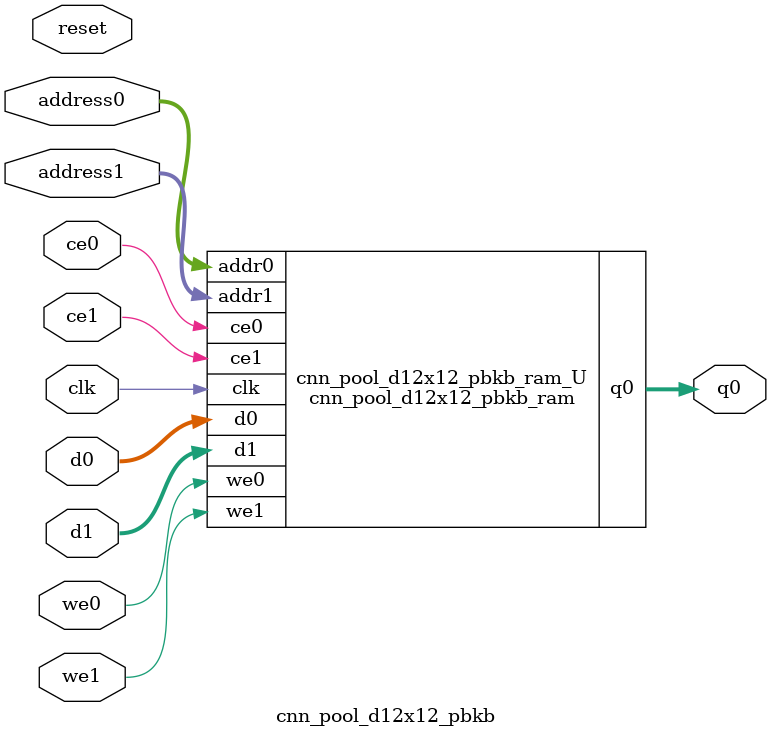
<source format=v>

`timescale 1 ns / 1 ps
module cnn_pool_d12x12_pbkb_ram (addr0, ce0, d0, we0, q0, addr1, ce1, d1, we1,  clk);

parameter DWIDTH = 32;
parameter AWIDTH = 4;
parameter MEM_SIZE = 12;

input[AWIDTH-1:0] addr0;
input ce0;
input[DWIDTH-1:0] d0;
input we0;
output reg[DWIDTH-1:0] q0;
input[AWIDTH-1:0] addr1;
input ce1;
input[DWIDTH-1:0] d1;
input we1;
input clk;

(* ram_style = "block" *)reg [DWIDTH-1:0] ram[0:MEM_SIZE-1];




always @(posedge clk)  
begin 
    if (ce0) 
    begin
        if (we0) 
        begin 
            ram[addr0] <= d0; 
            q0 <= d0;
        end 
        else 
            q0 <= ram[addr0];
    end
end


always @(posedge clk)  
begin 
    if (ce1) 
    begin
        if (we1) 
        begin 
            ram[addr1] <= d1; 
        end 
    end
end


endmodule


`timescale 1 ns / 1 ps
module cnn_pool_d12x12_pbkb(
    reset,
    clk,
    address0,
    ce0,
    we0,
    d0,
    q0,
    address1,
    ce1,
    we1,
    d1);

parameter DataWidth = 32'd32;
parameter AddressRange = 32'd12;
parameter AddressWidth = 32'd4;
input reset;
input clk;
input[AddressWidth - 1:0] address0;
input ce0;
input we0;
input[DataWidth - 1:0] d0;
output[DataWidth - 1:0] q0;
input[AddressWidth - 1:0] address1;
input ce1;
input we1;
input[DataWidth - 1:0] d1;



cnn_pool_d12x12_pbkb_ram cnn_pool_d12x12_pbkb_ram_U(
    .clk( clk ),
    .addr0( address0 ),
    .ce0( ce0 ),
    .d0( d0 ),
    .we0( we0 ),
    .q0( q0 ),
    .addr1( address1 ),
    .ce1( ce1 ),
    .d1( d1 ),
    .we1( we1 ));

endmodule


</source>
